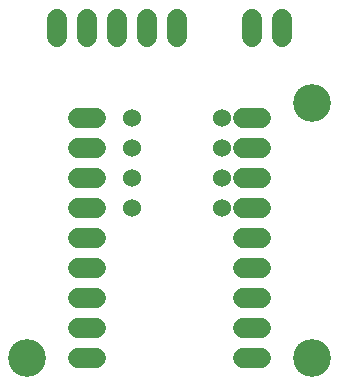
<source format=gbs>
G75*
%MOIN*%
%OFA0B0*%
%FSLAX25Y25*%
%IPPOS*%
%LPD*%
%AMOC8*
5,1,8,0,0,1.08239X$1,22.5*
%
%ADD10C,0.12611*%
%ADD11C,0.06800*%
%ADD12C,0.06000*%
%ADD13C,0.06737*%
D10*
X0012000Y0012000D03*
X0107000Y0012000D03*
X0107000Y0097000D03*
D11*
X0090000Y0092000D02*
X0084000Y0092000D01*
X0084000Y0082000D02*
X0090000Y0082000D01*
X0090000Y0072000D02*
X0084000Y0072000D01*
X0084000Y0062000D02*
X0090000Y0062000D01*
X0090000Y0052000D02*
X0084000Y0052000D01*
X0084000Y0042000D02*
X0090000Y0042000D01*
X0090000Y0032000D02*
X0084000Y0032000D01*
X0084000Y0022000D02*
X0090000Y0022000D01*
X0090000Y0012000D02*
X0084000Y0012000D01*
X0035000Y0012000D02*
X0029000Y0012000D01*
X0029000Y0022000D02*
X0035000Y0022000D01*
X0035000Y0032000D02*
X0029000Y0032000D01*
X0029000Y0042000D02*
X0035000Y0042000D01*
X0035000Y0052000D02*
X0029000Y0052000D01*
X0029000Y0062000D02*
X0035000Y0062000D01*
X0035000Y0072000D02*
X0029000Y0072000D01*
X0029000Y0082000D02*
X0035000Y0082000D01*
X0035000Y0092000D02*
X0029000Y0092000D01*
D12*
X0047000Y0092000D03*
X0047000Y0082000D03*
X0047000Y0072000D03*
X0047000Y0062000D03*
X0077000Y0062000D03*
X0077000Y0072000D03*
X0077000Y0082000D03*
X0077000Y0092000D03*
D13*
X0087000Y0119031D02*
X0087000Y0124969D01*
X0097000Y0124969D02*
X0097000Y0119031D01*
X0062000Y0119031D02*
X0062000Y0124969D01*
X0052000Y0124969D02*
X0052000Y0119031D01*
X0042000Y0119031D02*
X0042000Y0124969D01*
X0032000Y0124969D02*
X0032000Y0119031D01*
X0022000Y0119031D02*
X0022000Y0124969D01*
M02*

</source>
